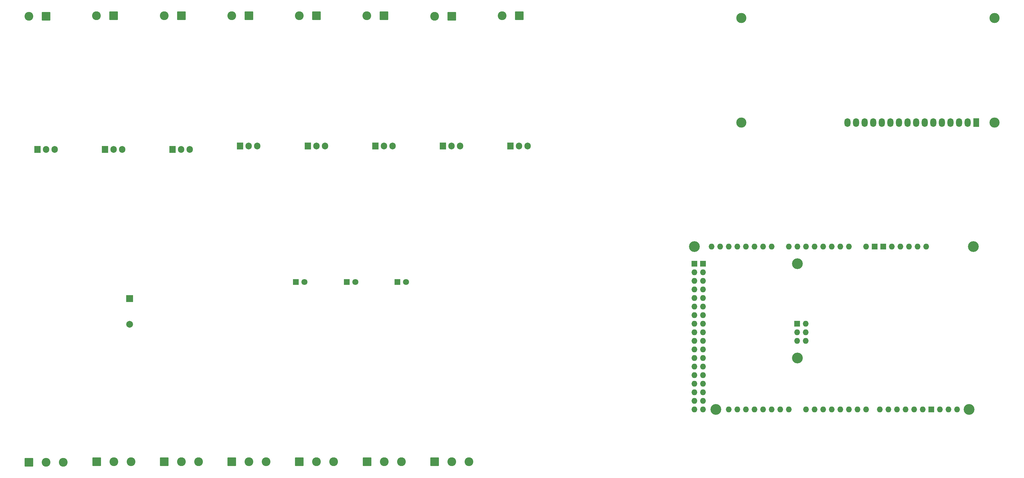
<source format=gbr>
%TF.GenerationSoftware,KiCad,Pcbnew,9.0.7*%
%TF.CreationDate,2026-01-24T11:24:44+03:00*%
%TF.ProjectId,greywater-fed hydroponic system,67726579-7761-4746-9572-2d6665642068,rev?*%
%TF.SameCoordinates,Original*%
%TF.FileFunction,Soldermask,Bot*%
%TF.FilePolarity,Negative*%
%FSLAX46Y46*%
G04 Gerber Fmt 4.6, Leading zero omitted, Abs format (unit mm)*
G04 Created by KiCad (PCBNEW 9.0.7) date 2026-01-24 11:24:44*
%MOMM*%
%LPD*%
G01*
G04 APERTURE LIST*
G04 Aperture macros list*
%AMRoundRect*
0 Rectangle with rounded corners*
0 $1 Rounding radius*
0 $2 $3 $4 $5 $6 $7 $8 $9 X,Y pos of 4 corners*
0 Add a 4 corners polygon primitive as box body*
4,1,4,$2,$3,$4,$5,$6,$7,$8,$9,$2,$3,0*
0 Add four circle primitives for the rounded corners*
1,1,$1+$1,$2,$3*
1,1,$1+$1,$4,$5*
1,1,$1+$1,$6,$7*
1,1,$1+$1,$8,$9*
0 Add four rect primitives between the rounded corners*
20,1,$1+$1,$2,$3,$4,$5,0*
20,1,$1+$1,$4,$5,$6,$7,0*
20,1,$1+$1,$6,$7,$8,$9,0*
20,1,$1+$1,$8,$9,$2,$3,0*%
G04 Aperture macros list end*
%ADD10R,2.000000X2.000000*%
%ADD11C,2.000000*%
%ADD12RoundRect,0.250000X-1.050000X-1.050000X1.050000X-1.050000X1.050000X1.050000X-1.050000X1.050000X0*%
%ADD13C,2.600000*%
%ADD14R,1.800000X1.800000*%
%ADD15C,1.800000*%
%ADD16RoundRect,0.250000X1.050000X1.050000X-1.050000X1.050000X-1.050000X-1.050000X1.050000X-1.050000X0*%
%ADD17R,1.905000X2.000000*%
%ADD18O,1.905000X2.000000*%
%ADD19C,3.200000*%
%ADD20O,1.727200X1.727200*%
%ADD21R,1.727200X1.727200*%
%ADD22C,3.000000*%
%ADD23R,1.800000X2.600000*%
%ADD24O,1.800000X2.600000*%
G04 APERTURE END LIST*
D10*
%TO.C,BZ1*%
X101750000Y-142200000D03*
D11*
X101750000Y-149800000D03*
%TD*%
D12*
%TO.C,J15*%
X71915000Y-190672500D03*
D13*
X76995000Y-190672500D03*
X82075000Y-190672500D03*
%TD*%
D12*
%TO.C,J11*%
X152000000Y-190500000D03*
D13*
X157080000Y-190500000D03*
X162160000Y-190500000D03*
%TD*%
D14*
%TO.C,D2*%
X150960000Y-137250000D03*
D15*
X153500000Y-137250000D03*
%TD*%
D12*
%TO.C,J13*%
X112000000Y-190500000D03*
D13*
X117080000Y-190500000D03*
X122160000Y-190500000D03*
%TD*%
D12*
%TO.C,J12*%
X132000000Y-190500000D03*
D13*
X137080000Y-190500000D03*
X142160000Y-190500000D03*
%TD*%
D16*
%TO.C,J1*%
X77000000Y-58500000D03*
D13*
X71920000Y-58500000D03*
%TD*%
D17*
%TO.C,Q1*%
X74460000Y-97950000D03*
D18*
X77000000Y-97950000D03*
X79540000Y-97950000D03*
%TD*%
D14*
%TO.C,D1*%
X166000000Y-137250000D03*
D15*
X168540000Y-137250000D03*
%TD*%
D17*
%TO.C,Q7*%
X194460000Y-96950000D03*
D18*
X197000000Y-96950000D03*
X199540000Y-96950000D03*
%TD*%
D17*
%TO.C,Q5*%
X154460000Y-96950000D03*
D18*
X157000000Y-96950000D03*
X159540000Y-96950000D03*
%TD*%
D17*
%TO.C,Q6*%
X174460000Y-96950000D03*
D18*
X177000000Y-96950000D03*
X179540000Y-96950000D03*
%TD*%
D16*
%TO.C,J3*%
X117080000Y-58332500D03*
D13*
X112000000Y-58332500D03*
%TD*%
D17*
%TO.C,Q2*%
X94500000Y-98000000D03*
D18*
X97040000Y-98000000D03*
X99580000Y-98000000D03*
%TD*%
D12*
%TO.C,J9*%
X192000000Y-190500000D03*
D13*
X197080000Y-190500000D03*
X202160000Y-190500000D03*
%TD*%
D14*
%TO.C,D3*%
X180980000Y-137250000D03*
D15*
X183520000Y-137250000D03*
%TD*%
D16*
%TO.C,J4*%
X137045000Y-58332500D03*
D13*
X131965000Y-58332500D03*
%TD*%
D16*
%TO.C,J2*%
X97045000Y-58332500D03*
D13*
X91965000Y-58332500D03*
%TD*%
D17*
%TO.C,Q4*%
X134460000Y-96950000D03*
D18*
X137000000Y-96950000D03*
X139540000Y-96950000D03*
%TD*%
D17*
%TO.C,Q3*%
X114460000Y-97950000D03*
D18*
X117000000Y-97950000D03*
X119540000Y-97950000D03*
%TD*%
D12*
%TO.C,J10*%
X172000000Y-190500000D03*
D13*
X177080000Y-190500000D03*
X182160000Y-190500000D03*
%TD*%
D17*
%TO.C,Q8*%
X214460000Y-96950000D03*
D18*
X217000000Y-96950000D03*
X219540000Y-96950000D03*
%TD*%
D19*
%TO.C,A1*%
X351460000Y-126750000D03*
X350190000Y-175010000D03*
D20*
X337490000Y-126750000D03*
D19*
X299390000Y-159770000D03*
X299390000Y-131830000D03*
X275260000Y-175010000D03*
X268910000Y-126750000D03*
D20*
X329870000Y-126750000D03*
X327330000Y-126750000D03*
X299263000Y-154690000D03*
X271450000Y-175010000D03*
X268910000Y-175010000D03*
X314630000Y-126750000D03*
X312090000Y-126750000D03*
X309550000Y-126750000D03*
X307010000Y-126750000D03*
X304470000Y-126750000D03*
X301930000Y-126750000D03*
X299390000Y-126750000D03*
X296850000Y-126750000D03*
X291770000Y-126750000D03*
X289230000Y-126750000D03*
X286690000Y-126750000D03*
X284150000Y-126750000D03*
X281610000Y-126750000D03*
X279070000Y-126750000D03*
X276530000Y-126750000D03*
X273990000Y-126750000D03*
X341554000Y-175010000D03*
X301930000Y-175010000D03*
X304470000Y-175010000D03*
X307010000Y-175010000D03*
X309550000Y-175010000D03*
X312090000Y-175010000D03*
X314630000Y-175010000D03*
X317170000Y-175010000D03*
X319710000Y-175010000D03*
X323774000Y-175010000D03*
X326314000Y-175010000D03*
X328854000Y-175010000D03*
X331394000Y-175010000D03*
X333934000Y-175010000D03*
X336474000Y-175010000D03*
X296850000Y-175010000D03*
X294310000Y-175010000D03*
X291770000Y-175010000D03*
X289230000Y-175010000D03*
X286690000Y-175010000D03*
X284150000Y-175010000D03*
X281610000Y-175010000D03*
X279070000Y-175010000D03*
X271450000Y-172470000D03*
X268910000Y-172470000D03*
X271450000Y-169930000D03*
X268910000Y-169930000D03*
X271450000Y-167390000D03*
X268910000Y-167390000D03*
X271450000Y-164850000D03*
X268910000Y-164850000D03*
X271450000Y-162310000D03*
X268910000Y-162310000D03*
X271450000Y-159770000D03*
X268910000Y-159770000D03*
X271450000Y-157230000D03*
X268910000Y-157230000D03*
X271450000Y-154690000D03*
X268910000Y-154690000D03*
X271450000Y-152150000D03*
X268910000Y-152150000D03*
X271450000Y-149610000D03*
X268910000Y-149610000D03*
X271450000Y-147070000D03*
X268910000Y-147070000D03*
X271450000Y-144530000D03*
X268910000Y-144530000D03*
X271450000Y-141990000D03*
X268910000Y-141990000D03*
X271450000Y-139450000D03*
X268910000Y-139450000D03*
X271450000Y-136910000D03*
X268910000Y-136910000D03*
X271450000Y-134370000D03*
X268910000Y-134370000D03*
D21*
X339014000Y-175010000D03*
X324790000Y-126750000D03*
X322250000Y-126750000D03*
X299263000Y-149610000D03*
X271450000Y-131830000D03*
X268910000Y-131830000D03*
D20*
X334950000Y-126750000D03*
X301803000Y-154690000D03*
X299263000Y-152150000D03*
X332410000Y-126750000D03*
X301803000Y-149610000D03*
X301803000Y-152150000D03*
X346634000Y-175010000D03*
X344094000Y-175010000D03*
X319710000Y-126750000D03*
%TD*%
D16*
%TO.C,J8*%
X217045000Y-58332500D03*
D13*
X211965000Y-58332500D03*
%TD*%
D16*
%TO.C,J7*%
X197080000Y-58500000D03*
D13*
X192000000Y-58500000D03*
%TD*%
D12*
%TO.C,J14*%
X92000000Y-190500000D03*
D13*
X97080000Y-190500000D03*
X102160000Y-190500000D03*
%TD*%
D16*
%TO.C,J6*%
X177045000Y-58332500D03*
D13*
X171965000Y-58332500D03*
%TD*%
D16*
%TO.C,J5*%
X157045000Y-58332500D03*
D13*
X151965000Y-58332500D03*
%TD*%
D22*
%TO.C,DS1*%
X357739100Y-90000000D03*
X357739100Y-58999300D03*
X282740520Y-58999300D03*
X282740000Y-90000000D03*
D23*
X352240000Y-90000000D03*
D24*
X349700000Y-90000000D03*
X347160000Y-90000000D03*
X344620000Y-90000000D03*
X342080000Y-90000000D03*
X339540000Y-90000000D03*
X337000000Y-90000000D03*
X334460000Y-90000000D03*
X331920000Y-90000000D03*
X329380000Y-90000000D03*
X326840000Y-90000000D03*
X324300000Y-90000000D03*
X321760000Y-90000000D03*
X319220000Y-90000000D03*
X316680000Y-90000000D03*
X314140000Y-90000000D03*
%TD*%
M02*

</source>
